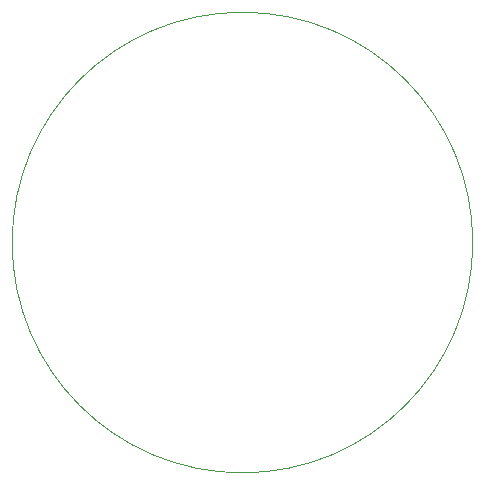
<source format=gm1>
G04 #@! TF.GenerationSoftware,KiCad,Pcbnew,no-vcs-found-d3b382c~59~ubuntu16.04.1*
G04 #@! TF.CreationDate,2017-07-28T00:34:25+01:00*
G04 #@! TF.ProjectId,m3pyro,6D337079726F2E6B696361645F706362,rev?*
G04 #@! TF.SameCoordinates,Original
G04 #@! TF.FileFunction,Profile,NP*
%FSLAX46Y46*%
G04 Gerber Fmt 4.6, Leading zero omitted, Abs format (unit mm)*
G04 Created by KiCad (PCBNEW no-vcs-found-d3b382c~59~ubuntu16.04.1) date Fri Jul 28 00:34:25 2017*
%MOMM*%
%LPD*%
G01*
G04 APERTURE LIST*
%ADD10C,0.100000*%
G04 APERTURE END LIST*
D10*
X119500000Y-100000000D02*
G75*
G03X119500000Y-100000000I-19500000J0D01*
G01*
M02*

</source>
